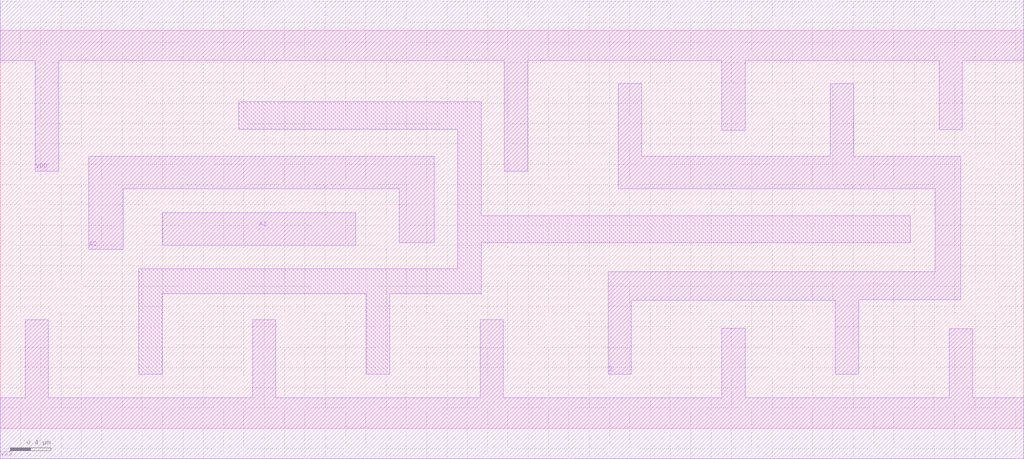
<source format=lef>
# Copyright 2022 GlobalFoundries PDK Authors
#
# Licensed under the Apache License, Version 2.0 (the "License");
# you may not use this file except in compliance with the License.
# You may obtain a copy of the License at
#
#      http://www.apache.org/licenses/LICENSE-2.0
#
# Unless required by applicable law or agreed to in writing, software
# distributed under the License is distributed on an "AS IS" BASIS,
# WITHOUT WARRANTIES OR CONDITIONS OF ANY KIND, either express or implied.
# See the License for the specific language governing permissions and
# limitations under the License.

MACRO gf180mcu_fd_sc_mcu7t5v0__or2_4
  CLASS core ;
  FOREIGN gf180mcu_fd_sc_mcu7t5v0__or2_4 0.0 0.0 ;
  ORIGIN 0 0 ;
  SYMMETRY X Y ;
  SITE GF018hv5v_mcu_sc7 ;
  SIZE 10.08 BY 3.92 ;
  PIN A1
    DIRECTION INPUT ;
    ANTENNAGATEAREA 2.204 ;
    PORT
      LAYER Metal1 ;
        POLYGON 1.595 1.8 3.5 1.8 3.5 2.12 1.595 2.12  ;
    END
  END A1
  PIN A2
    DIRECTION INPUT ;
    ANTENNAGATEAREA 2.204 ;
    PORT
      LAYER Metal1 ;
        POLYGON 0.87 1.765 1.21 1.765 1.21 2.36 3.93 2.36 3.93 1.825 4.275 1.825 4.275 2.68 0.87 2.68  ;
    END
  END A2
  PIN Z
    DIRECTION OUTPUT ;
    ANTENNADIFFAREA 2.3046 ;
    PORT
      LAYER Metal1 ;
        POLYGON 6.085 2.36 8.96 2.36 9.205 2.36 9.205 1.54 5.985 1.54 5.985 0.53 6.215 0.53 6.215 1.26 8.225 1.26 8.225 0.53 8.455 0.53 8.455 1.265 9.46 1.265 9.46 2.68 8.96 2.68 8.405 2.68 8.405 3.39 8.175 3.39 8.175 2.68 6.315 2.68 6.315 3.39 6.085 3.39  ;
    END
  END Z
  PIN VDD
    DIRECTION INOUT ;
    USE power ;
    SHAPE ABUTMENT ;
    PORT
      LAYER Metal1 ;
        POLYGON 0 3.62 0.345 3.62 0.345 2.53 0.575 2.53 0.575 3.62 4.965 3.62 4.965 2.53 5.195 2.53 5.195 3.62 7.105 3.62 7.105 2.935 7.335 2.935 7.335 3.62 8.96 3.62 9.245 3.62 9.245 2.94 9.475 2.94 9.475 3.62 10.08 3.62 10.08 4.22 8.96 4.22 0 4.22  ;
    END
  END VDD
  PIN VSS
    DIRECTION INOUT ;
    USE ground ;
    SHAPE ABUTMENT ;
    PORT
      LAYER Metal1 ;
        POLYGON 0 -0.3 10.08 -0.3 10.08 0.3 9.575 0.3 9.575 0.98 9.345 0.98 9.345 0.3 7.335 0.3 7.335 0.985 7.105 0.985 7.105 0.3 4.955 0.3 4.955 1.07 4.725 1.07 4.725 0.3 2.715 0.3 2.715 1.07 2.485 1.07 2.485 0.3 0.475 0.3 0.475 1.07 0.245 1.07 0.245 0.3 0 0.3  ;
    END
  END VSS
  OBS
      LAYER Metal1 ;
        POLYGON 2.35 2.945 4.505 2.945 4.505 1.57 1.365 1.57 1.365 0.53 1.595 0.53 1.595 1.325 3.605 1.325 3.605 0.53 3.835 0.53 3.835 1.325 4.735 1.325 4.735 1.825 8.96 1.825 8.96 2.095 4.735 2.095 4.735 3.215 2.35 3.215  ;
  END
END gf180mcu_fd_sc_mcu7t5v0__or2_4

</source>
